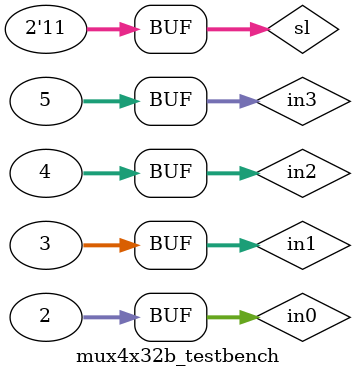
<source format=v>
`define DELAY 20
module mux4x32b_testbench();
reg [31:0] in3, in2, in1, in0;
reg [1:0] sl;
wire [31:0] out;

mux4x32b mux (out, in3, in2, in1, in0, sl);

initial begin
in3 = 32'd17; in2 = 32'd16; in1 = 32'd15; in0 = 32'd14; sl = 2'b00;
#`DELAY;
in3 = 32'd13; in2 = 32'd12; in1 = 32'd11; in0 = 32'd10; sl = 2'b01;
#`DELAY;
in3 = 32'd9; in2 = 32'd8; in1 = 32'd7; in0 = 32'd6; sl = 2'b10;
#`DELAY;
in3 = 32'd5; in2 = 32'd4; in1 = 32'd3; in0 = 32'd2; sl = 2'b11;
#`DELAY;
end
 
 
initial
begin
$monitor("time = %2d, in3 =%d, in2=%d, in1 =%d, in0=%d, out=%d, sl=%2b", $time, in3, in2, in1, in0, out, sl);
end
 
endmodule

</source>
